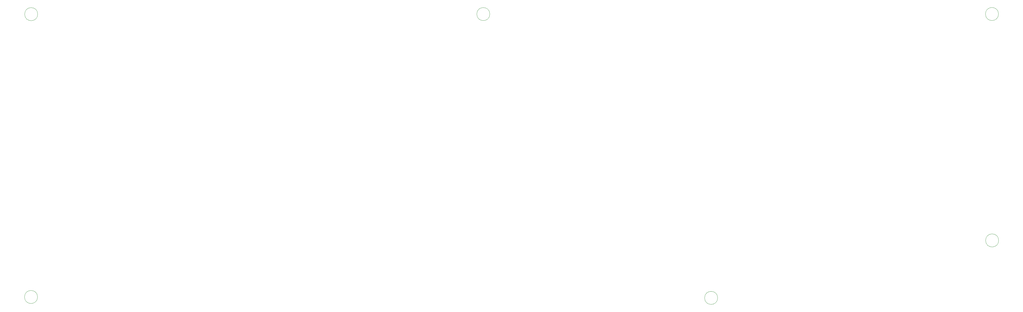
<source format=gbr>
%TF.GenerationSoftware,KiCad,Pcbnew,8.0.2*%
%TF.CreationDate,2024-05-15T22:22:56+01:00*%
%TF.ProjectId,Phoenixia,50686f65-6e69-4786-9961-2e6b69636164,1*%
%TF.SameCoordinates,Original*%
%TF.FileFunction,Other,Comment*%
%FSLAX46Y46*%
G04 Gerber Fmt 4.6, Leading zero omitted, Abs format (unit mm)*
G04 Created by KiCad (PCBNEW 8.0.2) date 2024-05-15 22:22:56*
%MOMM*%
%LPD*%
G01*
G04 APERTURE LIST*
%ADD10C,0.100000*%
G04 APERTURE END LIST*
D10*
%TO.C,H3*%
X129450000Y-126450000D02*
G75*
G02*
X125050000Y-126450000I-2200000J0D01*
G01*
X125050000Y-126450000D02*
G75*
G02*
X129450000Y-126450000I2200000J0D01*
G01*
X453300000Y-31150000D02*
G75*
G02*
X448900000Y-31150000I-2200000J0D01*
G01*
X448900000Y-31150000D02*
G75*
G02*
X453300000Y-31150000I2200000J0D01*
G01*
X453350000Y-107400000D02*
G75*
G02*
X448950000Y-107400000I-2200000J0D01*
G01*
X448950000Y-107400000D02*
G75*
G02*
X453350000Y-107400000I2200000J0D01*
G01*
X129500000Y-31200000D02*
G75*
G02*
X125100000Y-31200000I-2200000J0D01*
G01*
X125100000Y-31200000D02*
G75*
G02*
X129500000Y-31200000I2200000J0D01*
G01*
X281875000Y-31175000D02*
G75*
G02*
X277475000Y-31175000I-2200000J0D01*
G01*
X277475000Y-31175000D02*
G75*
G02*
X281875000Y-31175000I2200000J0D01*
G01*
X358650000Y-126750000D02*
G75*
G02*
X354250000Y-126750000I-2200000J0D01*
G01*
X354250000Y-126750000D02*
G75*
G02*
X358650000Y-126750000I2200000J0D01*
G01*
%TD*%
M02*

</source>
